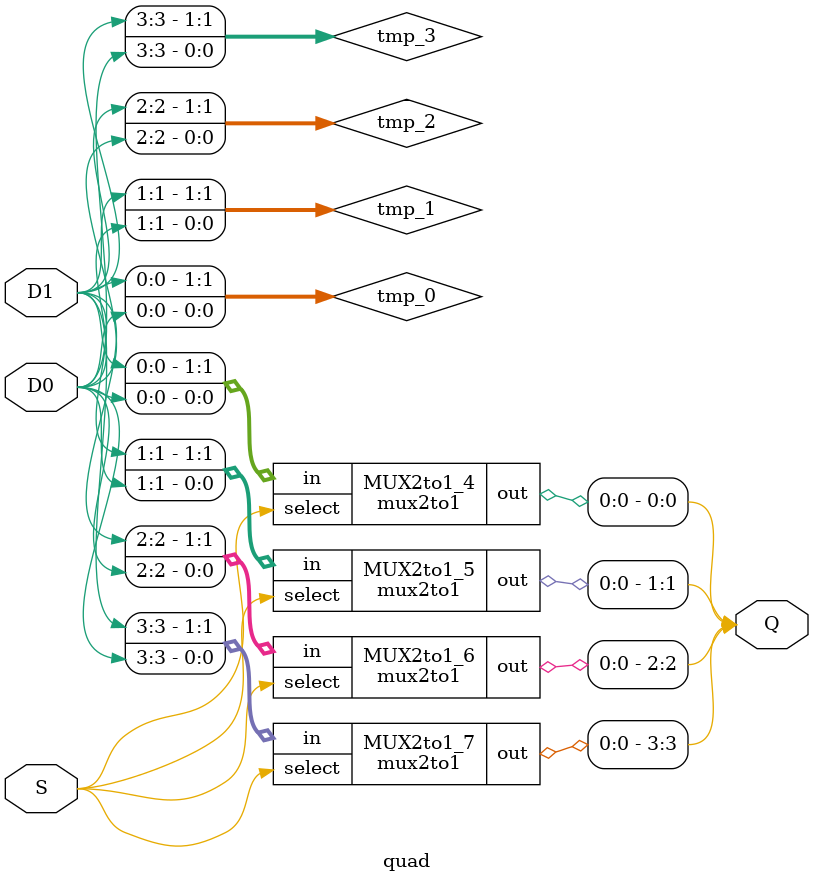
<source format=v>
/* CSED273 lab5 experiment 1 */
/* lab5_1.v */

`timescale 1ps / 1fs

/* Implement adder 
 * You must not use Verilog arithmetic operators */
module adder(
    input [3:0] x,
    input [3:0] y,
    input c_in,             // Carry in
    output [3:0] out,
    output c_out            // Carry out
); 

    ////////////////////////
    wire c_1, c_2, c_3;
    fullAdder fA_1(x[0], y[0], c_in, out[0], c_1);
    fullAdder fA_2(x[1], y[1], c_1, out[1], c_2);
    fullAdder fA_3(x[2], y[2], c_2, out[2], c_3);
    fullAdder fA_4(x[3], y[3], c_3, out[3], c_out);
    ////////////////////////

endmodule

/* Implement arithmeticUnit with adder module
 * You must use one adder module.
 * You must not use Verilog arithmetic operators */
module arithmeticUnit(
    input [3:0] x,
    input [3:0] y,
    input [2:0] select,
    output [3:0] out,
    output c_out            // Carry out
);

    ////////////////////////
    wire [3:0] A;
    assign A[0] = (y[0] & select[1]) | (~y[0] & select[2]); 
    assign A[1] = (y[1] & select[1]) | (~y[1] & select[2]); 
    assign A[2] = (y[2] & select[1]) | (~y[2] & select[2]); 
    assign A[3] = (y[3] & select[1]) | (~y[3] & select[2]);
    adder ADDER_1(x[3:0], A[3:0], select[0], out[3:0], c_out);
    ////////////////////////

endmodule

/* Implement 4:1 mux */
module mux4to1(
    input [3:0] in,
    input [1:0] select,
    output out
);

    ////////////////////////
    wire [1:0] tmp;
    mux2to1 MUX2to1_1(in[1:0], select[0], tmp[0]);
    mux2to1 MUX2to1_2(in[3:2], select[0], tmp[1]);
    mux2to1 MUX2to1_3(tmp[1:0], select[1], out);
    ////////////////////////

endmodule

/* Implement logicUnit with mux4to1 */
module logicUnit(
    input [3:0] x,
    input [3:0] y,
    input [1:0] select,
    output [3:0] out
);

    ////////////////////////
    wire [3:0] D0, D1, D2, D3;
    assign D0[3] = ~x[0];
    assign D0[2] = x[0] ^ y[0];
    assign D0[1] = x[0] | y[0];
    assign D0[0] = x[0] & y[0];
    mux4to1 MUX4to1_1(D0[3:0], select[1:0], out[0]);
    
    assign D1[3] = ~x[1];
    assign D1[2] = x[1] ^ y[1];
    assign D1[1] = x[1] | y[1];
    assign D1[0] = x[1] & y[1];
    mux4to1 MUX4to1_2(D1[3:0], select[1:0], out[1]);
    
    assign D2[3] = ~x[2];
    assign D2[2] = x[2] ^ y[2];
    assign D2[1] = x[2] | y[2];
    assign D2[0] = x[2] & y[2];
    mux4to1 MUX4to1_3(D2[3:0], select[1:0], out[2]);
    
    assign D3[3] = ~x[3];
    assign D3[2] = x[3] ^ y[3];
    assign D3[1] = x[3] | y[3];
    assign D3[0] = x[3] & y[3];
    mux4to1 MUX4to1_4(D3[3:0], select[1:0], out[3]);
    ////////////////////////

endmodule

/* Implement 2:1 mux */
module mux2to1(
    input [1:0] in,
    input  select,
    output out
);

    ////////////////////////
    or(out, in[0] & ~select, in[1] & select);
    ////////////////////////

endmodule

/* Implement ALU with mux2to1 */
module lab5_1(
    input [3:0] x,
    input [3:0] y,
    input [3:0] select,
    output [3:0] out,
    output c_out            // Carry out
);

    ////////////////////////
    wire [3:0] aU_out, lU_out;
    arithmeticUnit aU(x[3:0], y[3:0], select[2:0], aU_out[3:0], c_out);
    logicUnit lU(x[3:0], y[3:0], select[1:0], lU_out[3:0]);
    quad QUAD_1(aU_out[3:0], lU_out[3:0], select[3], out[3:0]);
    ////////////////////////

endmodule

module halfAdder(
    input in_a,
    input in_b,
    output out_s,
    output out_c
    );

    ////////////////////////
    xor(out_s, in_a, in_b);
    and(out_c, in_a, in_b);
    ////////////////////////

endmodule

module fullAdder(
    input in_a,
    input in_b,
    input in_c,
    output out_s,
    output out_c
    );

    ////////////////////////
    wire tmp_s, tmp_c, tmp;
    halfAdder hA1(in_a, in_b, tmp_s, tmp_c);
    halfAdder hA2(tmp_s, in_c, out_s, tmp);
    or(out_c, tmp, tmp_c);
    ////////////////////////

endmodule

module quad(
    input [3:0] D0,
    input [3:0] D1,
    input S,
    output [3:0] Q);
    
    wire [1:0] tmp_0, tmp_1, tmp_2, tmp_3;
    assign tmp_0[0] = D0[0];
    assign tmp_0[1] = D1[0];
    assign tmp_1[0] = D0[1];
    assign tmp_1[1] = D1[1];
    assign tmp_2[0] = D0[2];
    assign tmp_2[1] = D1[2];
    assign tmp_3[0] = D0[3];
    assign tmp_3[1] = D1[3];
    
    mux2to1 MUX2to1_4(tmp_0[1:0], S, Q[0]);
    mux2to1 MUX2to1_5(tmp_1[1:0], S, Q[1]);
    mux2to1 MUX2to1_6(tmp_2[1:0], S, Q[2]);
    mux2to1 MUX2to1_7(tmp_3[1:0], S, Q[3]);
endmodule
</source>
